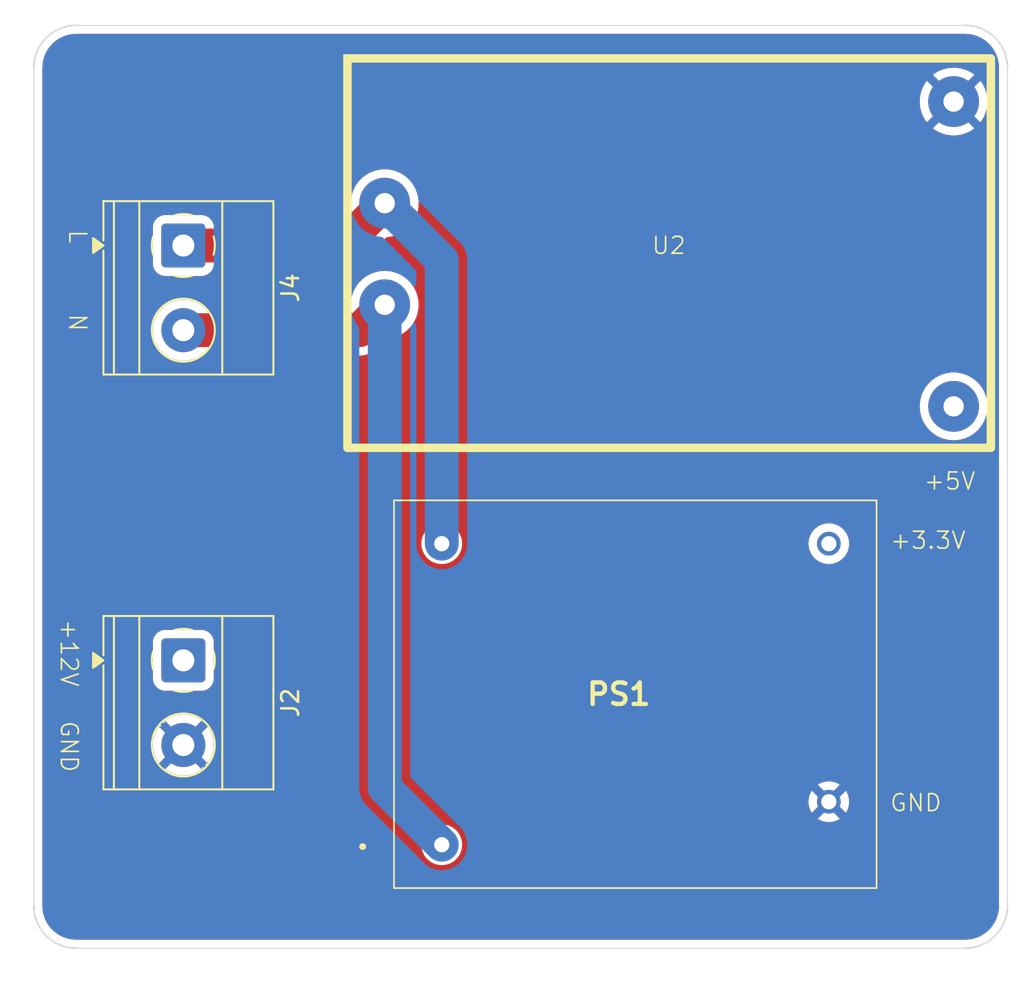
<source format=kicad_pcb>
(kicad_pcb (version 20241229) (generator "pcbnew") (generator_version "9.0")
  (layers (0 "F.Cu" signal) (2 "B.Cu" signal) (13 "F.Paste" user) (15 "B.Paste" user) (5 "F.SilkS" user "F.Silkscreen") (7 "B.SilkS" user "B.Silkscreen") (1 "F.Mask" user) (3 "B.Mask" user) (25 "Edge.Cuts" user))
  (net 0 "")
  (net 1 "COM")
  (net 2 "GND")
  (net 3 "+3.3V")
  (net 4 "+12V")
  (net 5 "N")
  (net 6 "L")
  (footprint "TerminalBlock_Phoenix:TerminalBlock_Phoenix_MKDS-1,5-2_1x02_P5.00mm_Horizontal" (layer "F.Cu") (at 105.3275 61.5 -90)
    (property "Reference" "J4" (at 2.5 -6.32 90) (layer "F.SilkS"))
    (property "Value" "Screw_Terminal_01x02")
    (fp_line (start -2.62 4.72) (end -0.3 4.72) (stroke (width 0.12)) (layer "F.SilkS"))
    (fp_line (start 0.3 4.72) (end 7.62 4.72) (stroke (width 0.12)) (layer "F.SilkS"))
    (fp_line (start -2.62 4.1) (end 7.62 4.1) (stroke (width 0.12)) (layer "F.SilkS"))
    (fp_line (start -2.62 2.6) (end 7.62 2.6) (stroke (width 0.12)) (layer "F.SilkS"))
    (fp_line (start 3.86 1.367) (end 3.816 1.41) (stroke (width 0.12)) (layer "F.SilkS"))
    (fp_line (start 3.633 1.14) (end 3.589 1.183) (stroke (width 0.12)) (layer "F.SilkS"))
    (fp_line (start 6.411 -1.184) (end 6.367 -1.14) (stroke (width 0.12)) (layer "F.SilkS"))
    (fp_line (start 6.184 -1.411) (end 6.14 -1.367) (stroke (width 0.12)) (layer "F.SilkS"))
    (fp_line (start -2.62 -2.3) (end 7.62 -2.3) (stroke (width 0.12)) (layer "F.SilkS"))
    (fp_line (start -2.62 -5.32) (end -2.62 4.72) (stroke (width 0.12)) (layer "F.SilkS"))
    (fp_line (start -2.62 -5.32) (end 7.62 -5.32) (stroke (width 0.12)) (layer "F.SilkS"))
    (fp_line (start 7.62 -5.32) (end 7.62 4.72) (stroke (width 0.12)) (layer "F.SilkS"))
    (fp_arc (start 0.54 1.78) (mid 0.000355 1.860107) (end -0.539321 1.780206) (stroke (width 0.12)) (layer "F.SilkS"))
    (fp_arc (start -1.78 0.54) (mid -1.860107 0.000355) (end -1.780206 -0.539321) (stroke (width 0.12)) (layer "F.SilkS"))
    (fp_arc (start 1.78 -0.54) (mid 1.860107 -0.000355) (end 1.780206 0.539321) (stroke (width 0.12)) (layer "F.SilkS"))
    (fp_arc (start -0.54 -1.78) (mid -0.000355 -1.860107) (end 0.539321 -1.780206) (stroke (width 0.12)) (layer "F.SilkS"))
    (fp_circle (center 5 0) (end 6.86 0) (stroke (width 0.12)) (fill no) (layer "F.SilkS"))
    (fp_poly (pts (xy 0 4.72) (xy 0.44 5.33) (xy -0.44 5.33) (xy 0 4.72)) (stroke (width 0.12)) (fill yes) (layer "F.SilkS"))
    (pad "1" thru_hole roundrect (at 0 0 270) (size 2.6 2.6) (drill 1.3) (layers "*.Cu" "*.Mask") (roundrect_rratio 0.096154) (net 6 "L"))
    (pad "2" thru_hole circle (at 5 0 270) (size 2.6 2.6) (drill 1.3) (layers "*.Cu" "*.Mask") (net 5 "N"))
  )
  (footprint "SamacSys_Parts:RAC0305SK" (layer "F.Cu") (at 120.59 96.89)
    (property "Reference" "PS1" (at 10.455 -8.89 0) (layer "F.SilkS") (effects (font (size 1.27 1.27) (thickness 0.254))))
    (property "Value" "RAC03-3.3SK" (hide yes))
    (fp_line (start -4.77 0.11) (end -4.77 0.11) (stroke (width 0.2)) (layer "F.SilkS"))
    (fp_line (start -4.57 0.11) (end -4.57 0.11) (stroke (width 0.2)) (layer "F.SilkS"))
    (fp_line (start -2.82 -20.34) (end 25.68 -20.34) (stroke (width 0.1)) (layer "F.SilkS"))
    (fp_line (start -2.82 2.56) (end -2.82 -20.34) (stroke (width 0.1)) (layer "F.SilkS"))
    (fp_line (start 25.68 -20.34) (end 25.68 2.56) (stroke (width 0.1)) (layer "F.SilkS"))
    (fp_line (start 25.68 2.56) (end -2.82 2.56) (stroke (width 0.1)) (layer "F.SilkS"))
    (fp_arc (start -4.77 0.11) (mid -4.67 0.01) (end -4.57 0.11) (stroke (width 0.2)) (layer "F.SilkS"))
    (fp_arc (start -4.57 0.11) (mid -4.67 0.21) (end -4.77 0.11) (stroke (width 0.2)) (layer "F.SilkS"))
    (pad "1" thru_hole circle (at 0 0) (size 1.4 1.4) (drill 0.9) (layers "*.Cu" "*.Mask") (net 5 "N"))
    (pad "2" thru_hole circle (at 22.86 -2.54) (size 1.4 1.4) (drill 0.9) (layers "*.Cu" "*.Mask") (net 2 "GND"))
    (pad "3" thru_hole circle (at 22.86 -17.78) (size 1.4 1.4) (drill 0.9) (layers "*.Cu" "*.Mask") (net 3 "+3.3V"))
    (pad "4" thru_hole circle (at 0 -17.78) (size 1.4 1.4) (drill 0.9) (layers "*.Cu" "*.Mask") (net 6 "L"))
  )
  (footprint "TerminalBlock_Phoenix:TerminalBlock_Phoenix_MKDS-1,5-2_1x02_P5.00mm_Horizontal" (layer "F.Cu") (at 105.3275 86 -90)
    (property "Reference" "J2" (at 2.5 -6.32 90) (layer "F.SilkS"))
    (property "Value" "Screw_Terminal_01x02")
    (fp_line (start -2.62 4.72) (end -0.3 4.72) (stroke (width 0.12)) (layer "F.SilkS"))
    (fp_line (start 0.3 4.72) (end 7.62 4.72) (stroke (width 0.12)) (layer "F.SilkS"))
    (fp_line (start -2.62 4.1) (end 7.62 4.1) (stroke (width 0.12)) (layer "F.SilkS"))
    (fp_line (start -2.62 2.6) (end 7.62 2.6) (stroke (width 0.12)) (layer "F.SilkS"))
    (fp_line (start 3.86 1.367) (end 3.816 1.41) (stroke (width 0.12)) (layer "F.SilkS"))
    (fp_line (start 3.633 1.14) (end 3.589 1.183) (stroke (width 0.12)) (layer "F.SilkS"))
    (fp_line (start 6.411 -1.184) (end 6.367 -1.14) (stroke (width 0.12)) (layer "F.SilkS"))
    (fp_line (start 6.184 -1.411) (end 6.14 -1.367) (stroke (width 0.12)) (layer "F.SilkS"))
    (fp_line (start -2.62 -2.3) (end 7.62 -2.3) (stroke (width 0.12)) (layer "F.SilkS"))
    (fp_line (start -2.62 -5.32) (end -2.62 4.72) (stroke (width 0.12)) (layer "F.SilkS"))
    (fp_line (start -2.62 -5.32) (end 7.62 -5.32) (stroke (width 0.12)) (layer "F.SilkS"))
    (fp_line (start 7.62 -5.32) (end 7.62 4.72) (stroke (width 0.12)) (layer "F.SilkS"))
    (fp_arc (start 0.54 1.78) (mid 0.000355 1.860107) (end -0.539321 1.780206) (stroke (width 0.12)) (layer "F.SilkS"))
    (fp_arc (start -1.78 0.54) (mid -1.860107 0.000355) (end -1.780206 -0.539321) (stroke (width 0.12)) (layer "F.SilkS"))
    (fp_arc (start 1.78 -0.54) (mid 1.860107 -0.000355) (end 1.780206 0.539321) (stroke (width 0.12)) (layer "F.SilkS"))
    (fp_arc (start -0.54 -1.78) (mid -0.000355 -1.860107) (end 0.539321 -1.780206) (stroke (width 0.12)) (layer "F.SilkS"))
    (fp_circle (center 5 0) (end 6.86 0) (stroke (width 0.12)) (fill no) (layer "F.SilkS"))
    (fp_poly (pts (xy 0 4.72) (xy 0.44 5.33) (xy -0.44 5.33) (xy 0 4.72)) (stroke (width 0.12)) (fill yes) (layer "F.SilkS"))
    (pad "1" thru_hole roundrect (at 0 0 270) (size 2.6 2.6) (drill 1.3) (layers "*.Cu" "*.Mask") (roundrect_rratio 0.096154) (net 4 "+12V"))
    (pad "2" thru_hole circle (at 5 0 270) (size 2.6 2.6) (drill 1.3) (layers "*.Cu" "*.Mask") (net 2 "GND"))
  )
  (footprint "Propia:HLK5M03" (layer "F.Cu") (at 134 62)
    (property "Reference" "U2" (at 0 -0.5 0) (layer "F.SilkS") (effects (font (thickness 0.1))))
    (property "Value" "HLK-5M03")
    (fp_rect (start -18.98 -11.55) (end 19.02 11.45) (stroke (width 0.5)) (fill no) (layer "F.SilkS"))
    (pad "1" thru_hole circle (at -16.78 -3) (size 3 3) (drill 1.2) (layers "*.Cu" "*.Mask") (net 6 "L"))
    (pad "2" thru_hole circle (at -16.78 3) (size 3 3) (drill 1.2) (layers "*.Cu" "*.Mask") (net 5 "N"))
    (pad "3" thru_hole circle (at 16.82 -9) (size 3 3) (drill 1.2) (layers "*.Cu" "*.Mask") (net 2 "GND"))
    (pad "4" thru_hole circle (at 16.82 9) (size 3 3) (drill 1.2) (layers "*.Cu" "*.Mask") (net 1 "COM"))
  )
  (gr_arc (start 96.5 51) (mid 97.232233 49.232233) (end 99 48.5) (stroke (width 0.1)) (layer "Edge.Cuts"))
  (gr_arc (start 154 100.5) (mid 153.267767 102.267767) (end 151.5 103) (stroke (width 0.1)) (layer "Edge.Cuts"))
  (gr_line (start 99 103) (end 151.5 103) (stroke (width 0.05)) (layer "Edge.Cuts"))
  (gr_line (start 151.5 48.5) (end 99 48.5) (stroke (width 0.05)) (layer "Edge.Cuts"))
  (gr_arc (start 99 103) (mid 97.232233 102.267767) (end 96.5 100.5) (stroke (width 0.1)) (layer "Edge.Cuts"))
  (gr_line (start 96.5 51) (end 96.5 100.5) (stroke (width 0.05)) (layer "Edge.Cuts"))
  (gr_line (start 154 100.5) (end 154 51) (stroke (width 0.05)) (layer "Edge.Cuts"))
  (gr_arc (start 151.5 48.5) (mid 153.267767 49.232233) (end 154 51) (stroke (width 0.1)) (layer "Edge.Cuts"))
  (gr_text "+12V" (at 98 83.5 270) (layer "F.SilkS") (effects (font (size 1 1) (thickness 0.1)) (justify left bottom)))
  (gr_text "L" (at 98.5 60.5 270) (layer "F.SilkS") (effects (font (size 1 1) (thickness 0.1)) (justify left bottom)))
  (gr_text "GND" (at 147 95 0) (layer "F.SilkS") (effects (font (size 1 1) (thickness 0.1)) (justify left bottom)))
  (gr_text "GND" (at 98 89.5 270) (layer "F.SilkS") (effects (font (size 1 1) (thickness 0.1)) (justify left bottom)))
  (gr_text "+3.3V" (at 147 79.5 0) (layer "F.SilkS") (effects (font (size 1 1) (thickness 0.1)) (justify left bottom)))
  (gr_text "+5V" (at 149 76 0) (layer "F.SilkS") (effects (font (size 1 1) (thickness 0.1)) (justify left bottom)))
  (gr_text "N" (at 98.5 65.46 270) (layer "F.SilkS") (effects (font (size 1 1) (thickness 0.1)) (justify left bottom)))
  (segment (start 105.3275 66.5) (end 115.72 66.5) (width 2) (layer "F.Cu") (net 5))
  (segment (start 115.72 66.5) (end 117.22 65) (width 2) (layer "F.Cu") (net 5))
  (segment (start 117.22 93.52) (end 117.22 65) (width 2) (layer "B.Cu") (net 5))
  (segment (start 120.59 96.89) (end 117.22 93.52) (width 2) (layer "B.Cu") (net 5))
  (segment (start 114.72 61.5) (end 117.22 59) (width 2) (layer "F.Cu") (net 6))
  (segment (start 105.3275 61.5) (end 114.72 61.5) (width 2) (layer "F.Cu") (net 6))
  (segment (start 120.59 62.37) (end 117.22 59) (width 2) (layer "B.Cu") (net 6))
  (segment (start 120.59 79.11) (end 120.59 62.37) (width 2) (layer "B.Cu") (net 6))
  (zone (net 2) (net_name "GND") (layers "F.Cu" "B.Cu") (connect_pads (clearance 0.5)) (min_thickness 0.25) (fill yes (thermal_gap 0.5) (thermal_bridge_width 0.5))
    (polygon (pts (xy 95 47) (xy 155 47) (xy 155 105) (xy 94.5 105)))
  )
)
</source>
